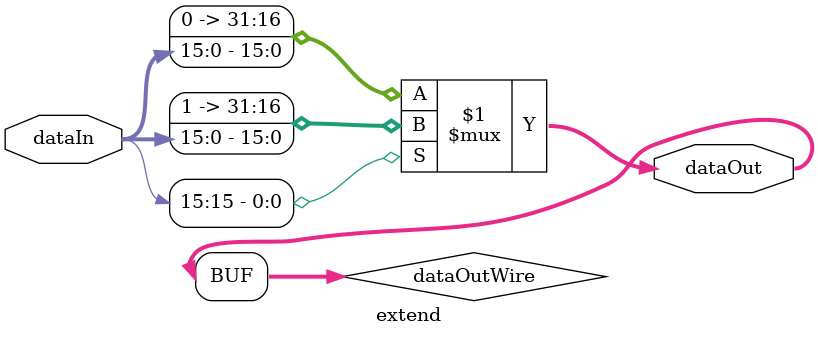
<source format=v>
module extend(


input [15:0] dataIn,
output  [31:0] dataOut

);

wire [31:0] dataOutWire; 

assign dataOutWire = dataIn[15] ? {16'd65535,dataIn} : {16'd0,dataIn};
assign dataOut = dataOutWire;		 
		 
endmodule 
</source>
